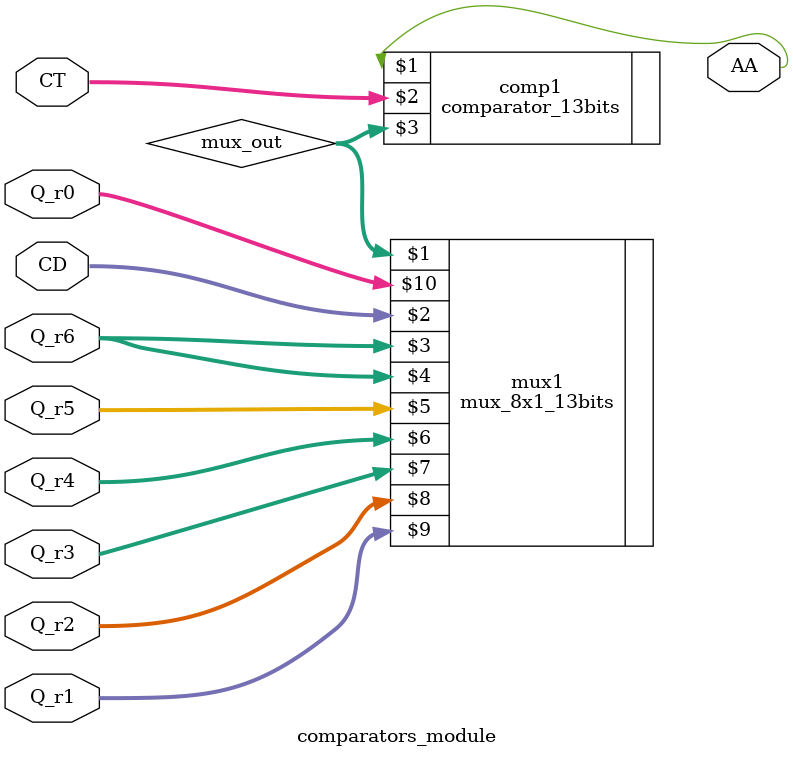
<source format=v>
module comparators_module( output AA, input [2:0] CD, input [12:0] CT, Q_r6, Q_r5, Q_r4, Q_r3, Q_r2, Q_r1, Q_r0);
	wire [12:0] mux_out;
	// 8th input is not used
	mux_8x1_13bits mux1 (mux_out, CD, Q_r6, Q_r6, Q_r5, Q_r4, Q_r3, Q_r2, Q_r1, Q_r0);			
	comparator_13bits comp1 (AA, CT, mux_out);
endmodule
</source>
